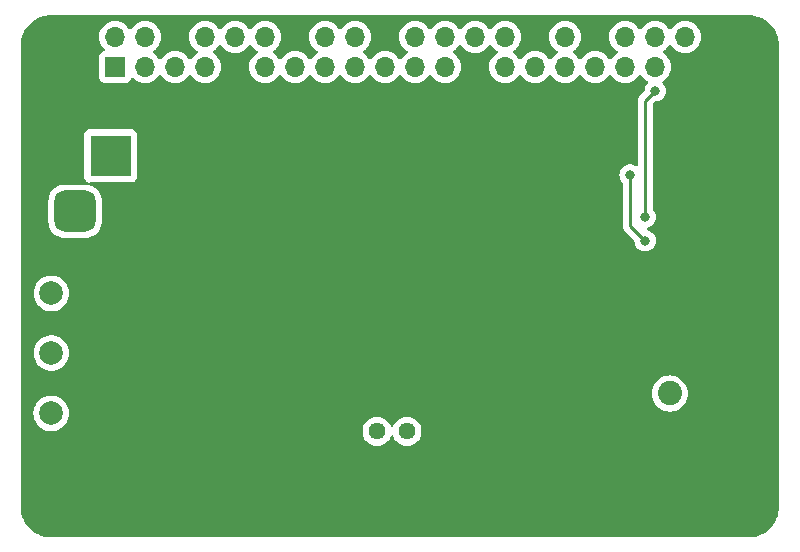
<source format=gbr>
G04 #@! TF.GenerationSoftware,KiCad,Pcbnew,7.0.9*
G04 #@! TF.CreationDate,2024-02-12T17:54:23+00:00*
G04 #@! TF.ProjectId,Radio HAT,52616469-6f20-4484-9154-2e6b69636164,v2*
G04 #@! TF.SameCoordinates,Original*
G04 #@! TF.FileFunction,Copper,L2,Bot*
G04 #@! TF.FilePolarity,Positive*
%FSLAX46Y46*%
G04 Gerber Fmt 4.6, Leading zero omitted, Abs format (unit mm)*
G04 Created by KiCad (PCBNEW 7.0.9) date 2024-02-12 17:54:23*
%MOMM*%
%LPD*%
G01*
G04 APERTURE LIST*
G04 Aperture macros list*
%AMRoundRect*
0 Rectangle with rounded corners*
0 $1 Rounding radius*
0 $2 $3 $4 $5 $6 $7 $8 $9 X,Y pos of 4 corners*
0 Add a 4 corners polygon primitive as box body*
4,1,4,$2,$3,$4,$5,$6,$7,$8,$9,$2,$3,0*
0 Add four circle primitives for the rounded corners*
1,1,$1+$1,$2,$3*
1,1,$1+$1,$4,$5*
1,1,$1+$1,$6,$7*
1,1,$1+$1,$8,$9*
0 Add four rect primitives between the rounded corners*
20,1,$1+$1,$2,$3,$4,$5,0*
20,1,$1+$1,$4,$5,$6,$7,0*
20,1,$1+$1,$6,$7,$8,$9,0*
20,1,$1+$1,$8,$9,$2,$3,0*%
G04 Aperture macros list end*
G04 #@! TA.AperFunction,ComponentPad*
%ADD10C,2.000000*%
G04 #@! TD*
G04 #@! TA.AperFunction,ComponentPad*
%ADD11C,1.440000*%
G04 #@! TD*
G04 #@! TA.AperFunction,ComponentPad*
%ADD12C,2.050000*%
G04 #@! TD*
G04 #@! TA.AperFunction,ComponentPad*
%ADD13C,2.250000*%
G04 #@! TD*
G04 #@! TA.AperFunction,ComponentPad*
%ADD14C,0.800000*%
G04 #@! TD*
G04 #@! TA.AperFunction,ComponentPad*
%ADD15C,5.400000*%
G04 #@! TD*
G04 #@! TA.AperFunction,ComponentPad*
%ADD16R,1.700000X1.700000*%
G04 #@! TD*
G04 #@! TA.AperFunction,ComponentPad*
%ADD17O,1.700000X1.700000*%
G04 #@! TD*
G04 #@! TA.AperFunction,ComponentPad*
%ADD18R,3.500000X3.500000*%
G04 #@! TD*
G04 #@! TA.AperFunction,ComponentPad*
%ADD19RoundRect,0.750000X-0.750000X-1.000000X0.750000X-1.000000X0.750000X1.000000X-0.750000X1.000000X0*%
G04 #@! TD*
G04 #@! TA.AperFunction,ComponentPad*
%ADD20RoundRect,0.875000X-0.875000X-0.875000X0.875000X-0.875000X0.875000X0.875000X-0.875000X0.875000X0*%
G04 #@! TD*
G04 #@! TA.AperFunction,ViaPad*
%ADD21C,0.800000*%
G04 #@! TD*
G04 #@! TA.AperFunction,Conductor*
%ADD22C,0.250000*%
G04 #@! TD*
G04 APERTURE END LIST*
D10*
X105760524Y-134112000D03*
X105760524Y-139065000D03*
D11*
X130810000Y-135636000D03*
X133350000Y-135636000D03*
X135890000Y-135636000D03*
D12*
X158132044Y-132431000D03*
D13*
X155592044Y-129891000D03*
X155592044Y-134971000D03*
X160672044Y-129891000D03*
X160672044Y-134971000D03*
D14*
X162261044Y-103500000D03*
X162854153Y-102068109D03*
X162854153Y-104931891D03*
X164286044Y-101475000D03*
D15*
X164286044Y-103500000D03*
D14*
X164286044Y-105525000D03*
X165717935Y-102068109D03*
X165717935Y-104931891D03*
X166311044Y-103500000D03*
D16*
X111186044Y-104790000D03*
D17*
X111186044Y-102250000D03*
X113726044Y-104790000D03*
X113726044Y-102250000D03*
X116266044Y-104790000D03*
X116266044Y-102250000D03*
X118806044Y-104790000D03*
X118806044Y-102250000D03*
X121346044Y-104790000D03*
X121346044Y-102250000D03*
X123886044Y-104790000D03*
X123886044Y-102250000D03*
X126426044Y-104790000D03*
X126426044Y-102250000D03*
X128966044Y-104790000D03*
X128966044Y-102250000D03*
X131506044Y-104790000D03*
X131506044Y-102250000D03*
X134046044Y-104790000D03*
X134046044Y-102250000D03*
X136586044Y-104790000D03*
X136586044Y-102250000D03*
X139126044Y-104790000D03*
X139126044Y-102250000D03*
X141666044Y-104790000D03*
X141666044Y-102250000D03*
X144206044Y-104790000D03*
X144206044Y-102250000D03*
X146746044Y-104790000D03*
X146746044Y-102250000D03*
X149286044Y-104790000D03*
X149286044Y-102250000D03*
X151826044Y-104790000D03*
X151826044Y-102250000D03*
X154366044Y-104790000D03*
X154366044Y-102250000D03*
X156906044Y-104790000D03*
X156906044Y-102250000D03*
X159446044Y-104790000D03*
X159446044Y-102250000D03*
D18*
X110786044Y-112300000D03*
D19*
X104786044Y-112300000D03*
D20*
X107786044Y-117000000D03*
D10*
X105786044Y-123952000D03*
X105786044Y-129000000D03*
D14*
X104261044Y-103500000D03*
X104854153Y-102068109D03*
X104854153Y-104931891D03*
X106286044Y-101475000D03*
D15*
X106286044Y-103500000D03*
D14*
X106286044Y-105525000D03*
X107717935Y-102068109D03*
X107717935Y-104931891D03*
X108311044Y-103500000D03*
D21*
X115151985Y-113650962D03*
X115151985Y-117714962D03*
X137280000Y-139065000D03*
X151532044Y-132431000D03*
X107918000Y-144000000D03*
X166751000Y-111125000D03*
X166751000Y-113125000D03*
X125603000Y-120523000D03*
X134527000Y-124460000D03*
X144748000Y-108966000D03*
X140754044Y-111000000D03*
X154559000Y-124460000D03*
X166786044Y-107000000D03*
X144786044Y-111000000D03*
X133280000Y-139065000D03*
X146527000Y-124460000D03*
X125603000Y-112395000D03*
X132527000Y-124460000D03*
X158528000Y-141351000D03*
X154532044Y-131431000D03*
X148527000Y-124460000D03*
X151532044Y-130431000D03*
X166786044Y-109000000D03*
X148786044Y-111000000D03*
X126527000Y-124460000D03*
X142786044Y-111000000D03*
X125614615Y-114415638D03*
X109666044Y-120523000D03*
X142527000Y-124460000D03*
X125603000Y-116459000D03*
X109918000Y-144000000D03*
X151003000Y-114808000D03*
X124458956Y-129032000D03*
X104013000Y-142113000D03*
X164751000Y-111125000D03*
X146786044Y-111000000D03*
X164751000Y-113125000D03*
X103786044Y-109000000D03*
X131182956Y-139065000D03*
X160532044Y-132431000D03*
X161532044Y-131431000D03*
X144081000Y-118364000D03*
X138527000Y-124460000D03*
X138049000Y-118364000D03*
X122562000Y-129032000D03*
X128527000Y-124460000D03*
X164786044Y-107000000D03*
X154532044Y-133431000D03*
X163532044Y-134431000D03*
X130556000Y-129032000D03*
X151532044Y-134431000D03*
X154532044Y-132431000D03*
X142621000Y-141351000D03*
X148528000Y-141351000D03*
X152528000Y-141351000D03*
X148532044Y-136431000D03*
X150532044Y-128431000D03*
X125603000Y-110363000D03*
X130527000Y-124460000D03*
X115163600Y-111607600D03*
X146786044Y-109000000D03*
X163532044Y-128431000D03*
X126556000Y-129032000D03*
X143532044Y-134431000D03*
X151003000Y-112808000D03*
X144532044Y-128431000D03*
X154528000Y-141351000D03*
X129286000Y-139065000D03*
X142748000Y-108966000D03*
X164786044Y-109000000D03*
X163532044Y-126431000D03*
X128556000Y-129032000D03*
X163532044Y-132431000D03*
X152527000Y-124460000D03*
X153162000Y-108966000D03*
X136398000Y-114586000D03*
X146532044Y-128431000D03*
X115163600Y-115744316D03*
X144527000Y-124460000D03*
X136527000Y-124460000D03*
X142081000Y-118364000D03*
X123698000Y-143129000D03*
X135280000Y-139065000D03*
X143532044Y-130431000D03*
X144532044Y-136431000D03*
X156528000Y-141351000D03*
X121412000Y-137414000D03*
X161532044Y-133431000D03*
X150528000Y-141351000D03*
X163532044Y-130431000D03*
X144431000Y-141351000D03*
X107569000Y-120523000D03*
X160528000Y-141351000D03*
X146431000Y-141351000D03*
X161532044Y-132431000D03*
X107891956Y-142113000D03*
X143532044Y-132431000D03*
X148532044Y-128431000D03*
X105672044Y-120523000D03*
X136398000Y-116586000D03*
X146532044Y-136431000D03*
X148786044Y-109000000D03*
X150532044Y-136431000D03*
X105918000Y-144000000D03*
X125614615Y-118552354D03*
X150527000Y-124460000D03*
X155532044Y-132431000D03*
X105891956Y-142113000D03*
X156052524Y-119500000D03*
X154782524Y-113919000D03*
X156906044Y-106807000D03*
X156077524Y-117500000D03*
D22*
X156052524Y-119500000D02*
X154782524Y-118230000D01*
X154782524Y-118230000D02*
X154782524Y-113919000D01*
X156052524Y-117475000D02*
X156052524Y-107660520D01*
X156052524Y-107660520D02*
X156906044Y-106807000D01*
G04 #@! TA.AperFunction,Conductor*
G36*
X164722190Y-100381502D02*
G01*
X164731211Y-100381501D01*
X164731216Y-100381503D01*
X164784334Y-100381500D01*
X164787783Y-100381596D01*
X165075777Y-100397756D01*
X165082669Y-100398531D01*
X165365320Y-100446543D01*
X165372090Y-100448088D01*
X165647584Y-100527446D01*
X165654130Y-100529736D01*
X165919011Y-100639445D01*
X165925258Y-100642453D01*
X166151104Y-100767267D01*
X166176178Y-100781124D01*
X166182070Y-100784826D01*
X166415875Y-100950714D01*
X166421311Y-100955048D01*
X166556619Y-101075964D01*
X166635069Y-101146070D01*
X166639990Y-101150990D01*
X166831020Y-101364750D01*
X166835359Y-101370190D01*
X167001253Y-101603997D01*
X167004955Y-101609889D01*
X167143619Y-101860787D01*
X167146638Y-101867056D01*
X167256344Y-102131918D01*
X167258642Y-102138486D01*
X167337997Y-102413951D01*
X167339546Y-102420735D01*
X167387560Y-102703373D01*
X167388339Y-102710287D01*
X167404450Y-102997320D01*
X167404547Y-103000796D01*
X167404546Y-103064818D01*
X167404548Y-103064843D01*
X167404548Y-141940619D01*
X167404546Y-141940648D01*
X167404547Y-141998277D01*
X167404450Y-142001753D01*
X167388287Y-142289706D01*
X167387508Y-142296620D01*
X167339495Y-142579253D01*
X167337946Y-142586037D01*
X167258593Y-142861496D01*
X167256295Y-142868064D01*
X167146594Y-143132917D01*
X167143575Y-143139186D01*
X167004908Y-143390088D01*
X167001206Y-143395980D01*
X166835315Y-143629782D01*
X166830977Y-143635222D01*
X166639963Y-143848964D01*
X166635042Y-143853884D01*
X166421277Y-144044911D01*
X166415837Y-144049250D01*
X166182042Y-144215129D01*
X166176150Y-144218831D01*
X165925241Y-144357497D01*
X165918975Y-144360514D01*
X165725880Y-144440489D01*
X165654128Y-144470208D01*
X165647560Y-144472506D01*
X165372089Y-144551857D01*
X165365305Y-144553405D01*
X165082678Y-144601414D01*
X165075763Y-144602192D01*
X164786880Y-144618402D01*
X164783404Y-144618499D01*
X164744607Y-144618497D01*
X164731216Y-144618497D01*
X164731215Y-144618497D01*
X164722190Y-144618497D01*
X164722150Y-144618500D01*
X105787816Y-144618500D01*
X105784336Y-144618402D01*
X105496368Y-144602216D01*
X105489454Y-144601437D01*
X105206848Y-144553408D01*
X105200065Y-144551860D01*
X104924597Y-144472488D01*
X104918030Y-144470190D01*
X104653185Y-144360478D01*
X104646916Y-144357459D01*
X104396023Y-144218787D01*
X104390132Y-144215085D01*
X104156345Y-144049198D01*
X104150905Y-144044860D01*
X103937148Y-143853832D01*
X103932234Y-143848918D01*
X103764966Y-143661742D01*
X103741212Y-143635161D01*
X103736881Y-143629730D01*
X103570982Y-143395919D01*
X103567289Y-143390040D01*
X103560032Y-143376909D01*
X103428614Y-143139130D01*
X103425604Y-143132879D01*
X103315890Y-142868019D01*
X103313595Y-142861459D01*
X103234232Y-142586001D01*
X103232683Y-142579217D01*
X103184657Y-142296593D01*
X103183877Y-142289679D01*
X103167646Y-142000799D01*
X103167548Y-141997320D01*
X103167548Y-135636001D01*
X132124838Y-135636001D01*
X132143450Y-135848741D01*
X132143452Y-135848752D01*
X132198721Y-136055022D01*
X132198723Y-136055026D01*
X132198724Y-136055030D01*
X132241171Y-136146058D01*
X132288977Y-136248578D01*
X132411472Y-136423521D01*
X132562478Y-136574527D01*
X132562481Y-136574529D01*
X132737419Y-136697021D01*
X132737421Y-136697022D01*
X132737420Y-136697022D01*
X132801936Y-136727106D01*
X132930970Y-136787276D01*
X133137253Y-136842549D01*
X133289215Y-136855844D01*
X133349998Y-136861162D01*
X133350000Y-136861162D01*
X133350002Y-136861162D01*
X133403186Y-136856508D01*
X133562747Y-136842549D01*
X133769030Y-136787276D01*
X133962581Y-136697021D01*
X134137519Y-136574529D01*
X134288529Y-136423519D01*
X134411021Y-136248581D01*
X134501276Y-136055030D01*
X134501280Y-136055013D01*
X134503130Y-136049936D01*
X134505253Y-136050709D01*
X134536576Y-135999305D01*
X134599419Y-135968766D01*
X134668796Y-135977050D01*
X134722680Y-136021528D01*
X134735827Y-136050315D01*
X134736870Y-136049936D01*
X134738722Y-136055022D01*
X134738724Y-136055030D01*
X134781171Y-136146058D01*
X134828977Y-136248578D01*
X134951472Y-136423521D01*
X135102478Y-136574527D01*
X135102481Y-136574529D01*
X135277419Y-136697021D01*
X135277421Y-136697022D01*
X135277420Y-136697022D01*
X135341936Y-136727106D01*
X135470970Y-136787276D01*
X135677253Y-136842549D01*
X135829215Y-136855844D01*
X135889998Y-136861162D01*
X135890000Y-136861162D01*
X135890002Y-136861162D01*
X135943186Y-136856508D01*
X136102747Y-136842549D01*
X136309030Y-136787276D01*
X136502581Y-136697021D01*
X136677519Y-136574529D01*
X136828529Y-136423519D01*
X136951021Y-136248581D01*
X137041276Y-136055030D01*
X137096549Y-135848747D01*
X137115162Y-135636000D01*
X137096549Y-135423253D01*
X137041276Y-135216970D01*
X136951021Y-135023419D01*
X136828529Y-134848481D01*
X136828527Y-134848478D01*
X136677521Y-134697472D01*
X136502578Y-134574977D01*
X136502579Y-134574977D01*
X136373547Y-134514809D01*
X136309030Y-134484724D01*
X136309026Y-134484723D01*
X136309022Y-134484721D01*
X136102752Y-134429452D01*
X136102748Y-134429451D01*
X136102747Y-134429451D01*
X136102746Y-134429450D01*
X136102741Y-134429450D01*
X135890002Y-134410838D01*
X135889998Y-134410838D01*
X135677258Y-134429450D01*
X135677247Y-134429452D01*
X135470977Y-134484721D01*
X135470968Y-134484725D01*
X135277421Y-134574977D01*
X135102478Y-134697472D01*
X134951472Y-134848478D01*
X134828977Y-135023421D01*
X134738725Y-135216968D01*
X134736870Y-135222064D01*
X134734749Y-135221292D01*
X134703406Y-135272710D01*
X134640558Y-135303237D01*
X134571183Y-135294939D01*
X134517307Y-135250452D01*
X134504169Y-135221685D01*
X134503130Y-135222064D01*
X134501279Y-135216983D01*
X134501276Y-135216970D01*
X134411021Y-135023419D01*
X134288529Y-134848481D01*
X134288527Y-134848478D01*
X134137521Y-134697472D01*
X133962578Y-134574977D01*
X133962579Y-134574977D01*
X133833547Y-134514809D01*
X133769030Y-134484724D01*
X133769026Y-134484723D01*
X133769022Y-134484721D01*
X133562752Y-134429452D01*
X133562748Y-134429451D01*
X133562747Y-134429451D01*
X133562746Y-134429450D01*
X133562741Y-134429450D01*
X133350002Y-134410838D01*
X133349998Y-134410838D01*
X133137258Y-134429450D01*
X133137247Y-134429452D01*
X132930977Y-134484721D01*
X132930968Y-134484725D01*
X132737421Y-134574977D01*
X132562478Y-134697472D01*
X132411472Y-134848478D01*
X132288977Y-135023421D01*
X132198725Y-135216968D01*
X132198721Y-135216977D01*
X132143452Y-135423247D01*
X132143450Y-135423258D01*
X132124838Y-135635998D01*
X132124838Y-135636001D01*
X103167548Y-135636001D01*
X103167548Y-134112005D01*
X104254881Y-134112005D01*
X104275414Y-134359812D01*
X104275416Y-134359824D01*
X104336460Y-134600881D01*
X104436350Y-134828606D01*
X104572357Y-135036782D01*
X104572360Y-135036785D01*
X104740780Y-135219738D01*
X104937015Y-135372474D01*
X105155714Y-135490828D01*
X105390910Y-135571571D01*
X105636189Y-135612500D01*
X105884859Y-135612500D01*
X106130138Y-135571571D01*
X106365334Y-135490828D01*
X106584033Y-135372474D01*
X106780268Y-135219738D01*
X106948688Y-135036785D01*
X107084697Y-134828607D01*
X107184587Y-134600881D01*
X107245632Y-134359821D01*
X107266167Y-134112000D01*
X107245632Y-133864179D01*
X107184587Y-133623119D01*
X107084697Y-133395393D01*
X107042259Y-133330436D01*
X106948690Y-133187217D01*
X106892061Y-133125702D01*
X106780268Y-133004262D01*
X106584033Y-132851526D01*
X106584031Y-132851525D01*
X106584030Y-132851524D01*
X106365335Y-132733172D01*
X106365326Y-132733169D01*
X106130140Y-132652429D01*
X105884859Y-132611500D01*
X105636189Y-132611500D01*
X105390907Y-132652429D01*
X105155721Y-132733169D01*
X105155712Y-132733172D01*
X104937017Y-132851524D01*
X104740781Y-133004261D01*
X104572357Y-133187217D01*
X104436350Y-133395393D01*
X104336460Y-133623118D01*
X104275416Y-133864175D01*
X104275414Y-133864187D01*
X104254881Y-134111994D01*
X104254881Y-134112005D01*
X103167548Y-134112005D01*
X103167548Y-132431000D01*
X156601827Y-132431000D01*
X156620667Y-132670382D01*
X156676718Y-132903853D01*
X156676722Y-132903865D01*
X156768609Y-133125702D01*
X156894070Y-133330436D01*
X156894072Y-133330439D01*
X157050017Y-133513027D01*
X157232605Y-133668972D01*
X157232607Y-133668973D01*
X157437341Y-133794434D01*
X157534091Y-133834508D01*
X157659181Y-133886323D01*
X157892665Y-133942377D01*
X158132044Y-133961217D01*
X158371423Y-133942377D01*
X158604907Y-133886323D01*
X158826748Y-133794433D01*
X159031483Y-133668972D01*
X159214071Y-133513027D01*
X159370016Y-133330439D01*
X159495477Y-133125704D01*
X159587367Y-132903863D01*
X159643421Y-132670379D01*
X159662261Y-132431000D01*
X159643421Y-132191621D01*
X159587367Y-131958137D01*
X159535552Y-131833047D01*
X159495478Y-131736297D01*
X159370017Y-131531563D01*
X159370016Y-131531561D01*
X159214071Y-131348973D01*
X159031483Y-131193028D01*
X159031480Y-131193026D01*
X158826746Y-131067565D01*
X158604909Y-130975678D01*
X158604911Y-130975678D01*
X158604907Y-130975677D01*
X158604903Y-130975676D01*
X158604897Y-130975674D01*
X158371426Y-130919623D01*
X158132044Y-130900783D01*
X157892661Y-130919623D01*
X157659190Y-130975674D01*
X157659178Y-130975678D01*
X157437341Y-131067565D01*
X157232607Y-131193026D01*
X157050017Y-131348973D01*
X156894070Y-131531563D01*
X156768609Y-131736297D01*
X156676722Y-131958134D01*
X156676718Y-131958146D01*
X156620667Y-132191617D01*
X156601827Y-132431000D01*
X103167548Y-132431000D01*
X103167548Y-129000005D01*
X104280401Y-129000005D01*
X104300934Y-129247812D01*
X104300936Y-129247824D01*
X104361980Y-129488881D01*
X104461870Y-129716606D01*
X104597877Y-129924782D01*
X104597880Y-129924785D01*
X104766300Y-130107738D01*
X104962535Y-130260474D01*
X105181234Y-130378828D01*
X105416430Y-130459571D01*
X105661709Y-130500500D01*
X105910379Y-130500500D01*
X106155658Y-130459571D01*
X106390854Y-130378828D01*
X106609553Y-130260474D01*
X106805788Y-130107738D01*
X106974208Y-129924785D01*
X107110217Y-129716607D01*
X107210107Y-129488881D01*
X107271152Y-129247821D01*
X107291687Y-129000000D01*
X107271152Y-128752179D01*
X107210107Y-128511119D01*
X107110217Y-128283393D01*
X106974210Y-128075217D01*
X106952601Y-128051744D01*
X106805788Y-127892262D01*
X106609553Y-127739526D01*
X106609551Y-127739525D01*
X106609550Y-127739524D01*
X106390855Y-127621172D01*
X106390846Y-127621169D01*
X106155660Y-127540429D01*
X105910379Y-127499500D01*
X105661709Y-127499500D01*
X105416427Y-127540429D01*
X105181241Y-127621169D01*
X105181232Y-127621172D01*
X104962537Y-127739524D01*
X104766301Y-127892261D01*
X104597877Y-128075217D01*
X104461870Y-128283393D01*
X104361980Y-128511118D01*
X104300936Y-128752175D01*
X104300934Y-128752187D01*
X104280401Y-128999994D01*
X104280401Y-129000005D01*
X103167548Y-129000005D01*
X103167548Y-123952005D01*
X104280401Y-123952005D01*
X104300934Y-124199812D01*
X104300936Y-124199824D01*
X104361980Y-124440881D01*
X104461870Y-124668606D01*
X104597877Y-124876782D01*
X104597880Y-124876785D01*
X104766300Y-125059738D01*
X104962535Y-125212474D01*
X105181234Y-125330828D01*
X105416430Y-125411571D01*
X105661709Y-125452500D01*
X105910379Y-125452500D01*
X106155658Y-125411571D01*
X106390854Y-125330828D01*
X106609553Y-125212474D01*
X106805788Y-125059738D01*
X106974208Y-124876785D01*
X107110217Y-124668607D01*
X107210107Y-124440881D01*
X107271152Y-124199821D01*
X107291687Y-123952000D01*
X107271152Y-123704179D01*
X107210107Y-123463119D01*
X107110217Y-123235393D01*
X106974210Y-123027217D01*
X106952601Y-123003744D01*
X106805788Y-122844262D01*
X106609553Y-122691526D01*
X106609551Y-122691525D01*
X106609550Y-122691524D01*
X106390855Y-122573172D01*
X106390846Y-122573169D01*
X106155660Y-122492429D01*
X105910379Y-122451500D01*
X105661709Y-122451500D01*
X105416427Y-122492429D01*
X105181241Y-122573169D01*
X105181232Y-122573172D01*
X104962537Y-122691524D01*
X104766301Y-122844261D01*
X104597877Y-123027217D01*
X104461870Y-123235393D01*
X104361980Y-123463118D01*
X104300936Y-123704175D01*
X104300934Y-123704187D01*
X104280401Y-123951994D01*
X104280401Y-123952005D01*
X103167548Y-123952005D01*
X103167548Y-117968626D01*
X105535544Y-117968626D01*
X105538339Y-118021243D01*
X105538339Y-118021244D01*
X105580611Y-118239814D01*
X105582799Y-118251126D01*
X105612047Y-118328627D01*
X105665469Y-118470189D01*
X105783973Y-118672131D01*
X105783978Y-118672138D01*
X105934900Y-118851141D01*
X105934902Y-118851143D01*
X106113905Y-119002065D01*
X106113912Y-119002070D01*
X106315854Y-119120574D01*
X106534918Y-119203245D01*
X106764803Y-119247705D01*
X106806238Y-119249905D01*
X106817418Y-119250500D01*
X106817422Y-119250500D01*
X108754670Y-119250500D01*
X108764775Y-119249962D01*
X108807285Y-119247705D01*
X109037170Y-119203245D01*
X109256234Y-119120574D01*
X109458176Y-119002070D01*
X109637186Y-118851142D01*
X109770392Y-118693152D01*
X109788109Y-118672138D01*
X109788109Y-118672137D01*
X109788114Y-118672132D01*
X109906618Y-118470190D01*
X109989289Y-118251126D01*
X110033749Y-118021241D01*
X110036544Y-117968622D01*
X110036544Y-116031378D01*
X110033749Y-115978759D01*
X109989289Y-115748874D01*
X109906618Y-115529810D01*
X109788114Y-115327868D01*
X109788109Y-115327861D01*
X109637187Y-115148858D01*
X109637185Y-115148856D01*
X109458182Y-114997934D01*
X109458175Y-114997929D01*
X109256233Y-114879425D01*
X109158557Y-114842564D01*
X109037170Y-114796755D01*
X109037165Y-114796754D01*
X109037160Y-114796752D01*
X109034514Y-114796240D01*
X109033495Y-114795713D01*
X109032094Y-114795317D01*
X109032174Y-114795031D01*
X108972436Y-114764177D01*
X108937547Y-114703641D01*
X108940925Y-114633853D01*
X108981496Y-114576970D01*
X109046381Y-114551052D01*
X109058053Y-114550499D01*
X112583916Y-114550499D01*
X112643527Y-114544091D01*
X112778375Y-114493796D01*
X112893590Y-114407546D01*
X112979840Y-114292331D01*
X113030135Y-114157483D01*
X113036544Y-114097873D01*
X113036543Y-110502128D01*
X113030135Y-110442517D01*
X112979840Y-110307669D01*
X112979839Y-110307668D01*
X112979837Y-110307664D01*
X112893591Y-110192455D01*
X112893588Y-110192452D01*
X112778379Y-110106206D01*
X112778372Y-110106202D01*
X112643526Y-110055908D01*
X112643527Y-110055908D01*
X112583927Y-110049501D01*
X112583925Y-110049500D01*
X112583917Y-110049500D01*
X112583908Y-110049500D01*
X108988173Y-110049500D01*
X108988167Y-110049501D01*
X108928560Y-110055908D01*
X108793715Y-110106202D01*
X108793708Y-110106206D01*
X108678499Y-110192452D01*
X108678496Y-110192455D01*
X108592250Y-110307664D01*
X108592246Y-110307671D01*
X108541952Y-110442517D01*
X108535545Y-110502116D01*
X108535545Y-110502123D01*
X108535544Y-110502135D01*
X108535544Y-114097870D01*
X108535545Y-114097876D01*
X108541952Y-114157483D01*
X108592246Y-114292328D01*
X108592250Y-114292335D01*
X108678496Y-114407544D01*
X108678499Y-114407547D01*
X108793708Y-114493793D01*
X108793717Y-114493798D01*
X108840981Y-114511426D01*
X108896915Y-114553296D01*
X108921333Y-114618760D01*
X108906482Y-114687033D01*
X108857077Y-114736439D01*
X108791072Y-114751433D01*
X108754671Y-114749500D01*
X108754666Y-114749500D01*
X106817422Y-114749500D01*
X106817418Y-114749500D01*
X106764800Y-114752295D01*
X106764799Y-114752295D01*
X106534922Y-114796754D01*
X106534920Y-114796754D01*
X106534918Y-114796755D01*
X106460977Y-114824659D01*
X106315854Y-114879425D01*
X106113912Y-114997929D01*
X106113905Y-114997934D01*
X105934902Y-115148856D01*
X105934900Y-115148858D01*
X105783978Y-115327861D01*
X105783973Y-115327868D01*
X105665469Y-115529810D01*
X105610703Y-115674933D01*
X105582799Y-115748874D01*
X105582798Y-115748876D01*
X105582798Y-115748878D01*
X105538339Y-115978755D01*
X105538339Y-115978756D01*
X105535544Y-116031374D01*
X105535544Y-117968626D01*
X103167548Y-117968626D01*
X103167548Y-103001759D01*
X103167646Y-102998280D01*
X103177507Y-102822772D01*
X103183828Y-102710287D01*
X103184604Y-102703406D01*
X103232636Y-102420754D01*
X103234177Y-102414003D01*
X103281428Y-102250000D01*
X109830385Y-102250000D01*
X109850980Y-102485403D01*
X109850982Y-102485413D01*
X109912138Y-102713655D01*
X109912140Y-102713659D01*
X109912141Y-102713663D01*
X109916044Y-102722032D01*
X110012009Y-102927830D01*
X110012011Y-102927834D01*
X110100942Y-103054839D01*
X110147545Y-103121396D01*
X110147550Y-103121402D01*
X110269474Y-103243326D01*
X110302959Y-103304649D01*
X110297975Y-103374341D01*
X110256103Y-103430274D01*
X110225127Y-103447189D01*
X110093713Y-103496203D01*
X110093708Y-103496206D01*
X109978499Y-103582452D01*
X109978496Y-103582455D01*
X109892250Y-103697664D01*
X109892246Y-103697671D01*
X109841952Y-103832517D01*
X109835545Y-103892116D01*
X109835544Y-103892135D01*
X109835544Y-105687870D01*
X109835545Y-105687876D01*
X109841952Y-105747483D01*
X109892246Y-105882328D01*
X109892250Y-105882335D01*
X109978496Y-105997544D01*
X109978499Y-105997547D01*
X110093708Y-106083793D01*
X110093715Y-106083797D01*
X110228561Y-106134091D01*
X110228560Y-106134091D01*
X110235488Y-106134835D01*
X110288171Y-106140500D01*
X112083916Y-106140499D01*
X112143527Y-106134091D01*
X112278375Y-106083796D01*
X112393590Y-105997546D01*
X112479840Y-105882331D01*
X112528854Y-105750916D01*
X112570725Y-105694984D01*
X112636189Y-105670566D01*
X112704462Y-105685417D01*
X112732717Y-105706569D01*
X112854643Y-105828495D01*
X112951428Y-105896265D01*
X113048209Y-105964032D01*
X113048211Y-105964033D01*
X113048214Y-105964035D01*
X113262381Y-106063903D01*
X113490636Y-106125063D01*
X113667078Y-106140500D01*
X113726043Y-106145659D01*
X113726044Y-106145659D01*
X113726045Y-106145659D01*
X113785010Y-106140500D01*
X113961452Y-106125063D01*
X114189707Y-106063903D01*
X114403874Y-105964035D01*
X114597445Y-105828495D01*
X114764539Y-105661401D01*
X114894469Y-105475842D01*
X114949046Y-105432217D01*
X115018544Y-105425023D01*
X115080899Y-105456546D01*
X115097619Y-105475842D01*
X115227544Y-105661395D01*
X115227549Y-105661401D01*
X115394643Y-105828495D01*
X115491428Y-105896265D01*
X115588209Y-105964032D01*
X115588211Y-105964033D01*
X115588214Y-105964035D01*
X115802381Y-106063903D01*
X116030636Y-106125063D01*
X116207078Y-106140500D01*
X116266043Y-106145659D01*
X116266044Y-106145659D01*
X116266045Y-106145659D01*
X116325010Y-106140500D01*
X116501452Y-106125063D01*
X116729707Y-106063903D01*
X116943874Y-105964035D01*
X117137445Y-105828495D01*
X117304539Y-105661401D01*
X117434469Y-105475842D01*
X117489046Y-105432217D01*
X117558544Y-105425023D01*
X117620899Y-105456546D01*
X117637619Y-105475842D01*
X117767544Y-105661395D01*
X117767549Y-105661401D01*
X117934643Y-105828495D01*
X118031428Y-105896265D01*
X118128209Y-105964032D01*
X118128211Y-105964033D01*
X118128214Y-105964035D01*
X118342381Y-106063903D01*
X118570636Y-106125063D01*
X118747078Y-106140500D01*
X118806043Y-106145659D01*
X118806044Y-106145659D01*
X118806045Y-106145659D01*
X118865010Y-106140500D01*
X119041452Y-106125063D01*
X119269707Y-106063903D01*
X119483874Y-105964035D01*
X119677445Y-105828495D01*
X119844539Y-105661401D01*
X119980079Y-105467830D01*
X120079947Y-105253663D01*
X120141107Y-105025408D01*
X120161703Y-104790000D01*
X120141107Y-104554592D01*
X120079947Y-104326337D01*
X119980079Y-104112171D01*
X119974469Y-104104158D01*
X119844538Y-103918597D01*
X119677446Y-103751506D01*
X119677440Y-103751501D01*
X119491886Y-103621575D01*
X119448261Y-103566998D01*
X119441067Y-103497500D01*
X119472590Y-103435145D01*
X119491886Y-103418425D01*
X119604098Y-103339853D01*
X119677445Y-103288495D01*
X119844539Y-103121401D01*
X119974469Y-102935842D01*
X120029046Y-102892217D01*
X120098544Y-102885023D01*
X120160899Y-102916546D01*
X120177619Y-102935842D01*
X120307544Y-103121395D01*
X120307549Y-103121401D01*
X120474643Y-103288495D01*
X120547990Y-103339853D01*
X120668209Y-103424032D01*
X120668211Y-103424033D01*
X120668214Y-103424035D01*
X120882381Y-103523903D01*
X121110636Y-103585063D01*
X121298962Y-103601539D01*
X121346043Y-103605659D01*
X121346044Y-103605659D01*
X121346045Y-103605659D01*
X121385278Y-103602226D01*
X121581452Y-103585063D01*
X121809707Y-103523903D01*
X122023874Y-103424035D01*
X122217445Y-103288495D01*
X122384539Y-103121401D01*
X122514469Y-102935842D01*
X122569046Y-102892217D01*
X122638544Y-102885023D01*
X122700899Y-102916546D01*
X122717619Y-102935842D01*
X122847545Y-103121396D01*
X122847550Y-103121402D01*
X123014641Y-103288493D01*
X123014647Y-103288498D01*
X123200202Y-103418425D01*
X123243827Y-103473002D01*
X123251021Y-103542500D01*
X123219498Y-103604855D01*
X123200202Y-103621575D01*
X123014641Y-103751505D01*
X122847549Y-103918597D01*
X122712009Y-104112169D01*
X122712008Y-104112171D01*
X122612142Y-104326335D01*
X122612138Y-104326344D01*
X122550982Y-104554586D01*
X122550980Y-104554596D01*
X122530385Y-104789999D01*
X122530385Y-104790000D01*
X122550980Y-105025403D01*
X122550982Y-105025413D01*
X122612138Y-105253655D01*
X122612140Y-105253659D01*
X122612141Y-105253663D01*
X122616044Y-105262032D01*
X122712009Y-105467830D01*
X122712011Y-105467834D01*
X122820325Y-105622521D01*
X122847549Y-105661401D01*
X123014643Y-105828495D01*
X123111428Y-105896265D01*
X123208209Y-105964032D01*
X123208211Y-105964033D01*
X123208214Y-105964035D01*
X123422381Y-106063903D01*
X123650636Y-106125063D01*
X123827078Y-106140500D01*
X123886043Y-106145659D01*
X123886044Y-106145659D01*
X123886045Y-106145659D01*
X123945010Y-106140500D01*
X124121452Y-106125063D01*
X124349707Y-106063903D01*
X124563874Y-105964035D01*
X124757445Y-105828495D01*
X124924539Y-105661401D01*
X125054469Y-105475842D01*
X125109046Y-105432217D01*
X125178544Y-105425023D01*
X125240899Y-105456546D01*
X125257619Y-105475842D01*
X125387544Y-105661395D01*
X125387549Y-105661401D01*
X125554643Y-105828495D01*
X125651428Y-105896265D01*
X125748209Y-105964032D01*
X125748211Y-105964033D01*
X125748214Y-105964035D01*
X125962381Y-106063903D01*
X126190636Y-106125063D01*
X126367078Y-106140500D01*
X126426043Y-106145659D01*
X126426044Y-106145659D01*
X126426045Y-106145659D01*
X126485010Y-106140500D01*
X126661452Y-106125063D01*
X126889707Y-106063903D01*
X127103874Y-105964035D01*
X127297445Y-105828495D01*
X127464539Y-105661401D01*
X127594469Y-105475842D01*
X127649046Y-105432217D01*
X127718544Y-105425023D01*
X127780899Y-105456546D01*
X127797619Y-105475842D01*
X127927544Y-105661395D01*
X127927549Y-105661401D01*
X128094643Y-105828495D01*
X128191428Y-105896265D01*
X128288209Y-105964032D01*
X128288211Y-105964033D01*
X128288214Y-105964035D01*
X128502381Y-106063903D01*
X128730636Y-106125063D01*
X128907078Y-106140500D01*
X128966043Y-106145659D01*
X128966044Y-106145659D01*
X128966045Y-106145659D01*
X129025010Y-106140500D01*
X129201452Y-106125063D01*
X129429707Y-106063903D01*
X129643874Y-105964035D01*
X129837445Y-105828495D01*
X130004539Y-105661401D01*
X130134469Y-105475842D01*
X130189046Y-105432217D01*
X130258544Y-105425023D01*
X130320899Y-105456546D01*
X130337619Y-105475842D01*
X130467544Y-105661395D01*
X130467549Y-105661401D01*
X130634643Y-105828495D01*
X130731428Y-105896265D01*
X130828209Y-105964032D01*
X130828211Y-105964033D01*
X130828214Y-105964035D01*
X131042381Y-106063903D01*
X131270636Y-106125063D01*
X131447078Y-106140500D01*
X131506043Y-106145659D01*
X131506044Y-106145659D01*
X131506045Y-106145659D01*
X131565010Y-106140500D01*
X131741452Y-106125063D01*
X131969707Y-106063903D01*
X132183874Y-105964035D01*
X132377445Y-105828495D01*
X132544539Y-105661401D01*
X132674469Y-105475842D01*
X132729046Y-105432217D01*
X132798544Y-105425023D01*
X132860899Y-105456546D01*
X132877619Y-105475842D01*
X133007544Y-105661395D01*
X133007549Y-105661401D01*
X133174643Y-105828495D01*
X133271428Y-105896265D01*
X133368209Y-105964032D01*
X133368211Y-105964033D01*
X133368214Y-105964035D01*
X133582381Y-106063903D01*
X133810636Y-106125063D01*
X133987078Y-106140500D01*
X134046043Y-106145659D01*
X134046044Y-106145659D01*
X134046045Y-106145659D01*
X134105010Y-106140500D01*
X134281452Y-106125063D01*
X134509707Y-106063903D01*
X134723874Y-105964035D01*
X134917445Y-105828495D01*
X135084539Y-105661401D01*
X135214469Y-105475842D01*
X135269046Y-105432217D01*
X135338544Y-105425023D01*
X135400899Y-105456546D01*
X135417619Y-105475842D01*
X135547544Y-105661395D01*
X135547549Y-105661401D01*
X135714643Y-105828495D01*
X135811428Y-105896265D01*
X135908209Y-105964032D01*
X135908211Y-105964033D01*
X135908214Y-105964035D01*
X136122381Y-106063903D01*
X136350636Y-106125063D01*
X136527078Y-106140500D01*
X136586043Y-106145659D01*
X136586044Y-106145659D01*
X136586045Y-106145659D01*
X136645010Y-106140500D01*
X136821452Y-106125063D01*
X137049707Y-106063903D01*
X137263874Y-105964035D01*
X137457445Y-105828495D01*
X137624539Y-105661401D01*
X137754469Y-105475842D01*
X137809046Y-105432217D01*
X137878544Y-105425023D01*
X137940899Y-105456546D01*
X137957619Y-105475842D01*
X138087544Y-105661395D01*
X138087549Y-105661401D01*
X138254643Y-105828495D01*
X138351428Y-105896265D01*
X138448209Y-105964032D01*
X138448211Y-105964033D01*
X138448214Y-105964035D01*
X138662381Y-106063903D01*
X138890636Y-106125063D01*
X139067078Y-106140500D01*
X139126043Y-106145659D01*
X139126044Y-106145659D01*
X139126045Y-106145659D01*
X139185010Y-106140500D01*
X139361452Y-106125063D01*
X139589707Y-106063903D01*
X139803874Y-105964035D01*
X139997445Y-105828495D01*
X140164539Y-105661401D01*
X140300079Y-105467830D01*
X140399947Y-105253663D01*
X140461107Y-105025408D01*
X140481703Y-104790000D01*
X140461107Y-104554592D01*
X140399947Y-104326337D01*
X140300079Y-104112171D01*
X140294469Y-104104158D01*
X140164538Y-103918597D01*
X139997446Y-103751506D01*
X139997440Y-103751501D01*
X139811886Y-103621575D01*
X139768261Y-103566998D01*
X139761067Y-103497500D01*
X139792590Y-103435145D01*
X139811886Y-103418425D01*
X139924098Y-103339853D01*
X139997445Y-103288495D01*
X140164539Y-103121401D01*
X140294469Y-102935842D01*
X140349046Y-102892217D01*
X140418544Y-102885023D01*
X140480899Y-102916546D01*
X140497619Y-102935842D01*
X140627544Y-103121395D01*
X140627549Y-103121401D01*
X140794643Y-103288495D01*
X140867990Y-103339853D01*
X140988209Y-103424032D01*
X140988211Y-103424033D01*
X140988214Y-103424035D01*
X141202381Y-103523903D01*
X141430636Y-103585063D01*
X141618962Y-103601539D01*
X141666043Y-103605659D01*
X141666044Y-103605659D01*
X141666045Y-103605659D01*
X141705278Y-103602226D01*
X141901452Y-103585063D01*
X142129707Y-103523903D01*
X142343874Y-103424035D01*
X142537445Y-103288495D01*
X142704539Y-103121401D01*
X142834469Y-102935842D01*
X142889046Y-102892217D01*
X142958544Y-102885023D01*
X143020899Y-102916546D01*
X143037619Y-102935842D01*
X143167545Y-103121396D01*
X143167550Y-103121402D01*
X143334641Y-103288493D01*
X143334647Y-103288498D01*
X143520202Y-103418425D01*
X143563827Y-103473002D01*
X143571021Y-103542500D01*
X143539498Y-103604855D01*
X143520202Y-103621575D01*
X143334641Y-103751505D01*
X143167549Y-103918597D01*
X143032009Y-104112169D01*
X143032008Y-104112171D01*
X142932142Y-104326335D01*
X142932138Y-104326344D01*
X142870982Y-104554586D01*
X142870980Y-104554596D01*
X142850385Y-104789999D01*
X142850385Y-104790000D01*
X142870980Y-105025403D01*
X142870982Y-105025413D01*
X142932138Y-105253655D01*
X142932140Y-105253659D01*
X142932141Y-105253663D01*
X142936044Y-105262032D01*
X143032009Y-105467830D01*
X143032011Y-105467834D01*
X143140325Y-105622521D01*
X143167549Y-105661401D01*
X143334643Y-105828495D01*
X143431428Y-105896265D01*
X143528209Y-105964032D01*
X143528211Y-105964033D01*
X143528214Y-105964035D01*
X143742381Y-106063903D01*
X143970636Y-106125063D01*
X144147078Y-106140500D01*
X144206043Y-106145659D01*
X144206044Y-106145659D01*
X144206045Y-106145659D01*
X144265010Y-106140500D01*
X144441452Y-106125063D01*
X144669707Y-106063903D01*
X144883874Y-105964035D01*
X145077445Y-105828495D01*
X145244539Y-105661401D01*
X145374469Y-105475842D01*
X145429046Y-105432217D01*
X145498544Y-105425023D01*
X145560899Y-105456546D01*
X145577619Y-105475842D01*
X145707544Y-105661395D01*
X145707549Y-105661401D01*
X145874643Y-105828495D01*
X145971428Y-105896265D01*
X146068209Y-105964032D01*
X146068211Y-105964033D01*
X146068214Y-105964035D01*
X146282381Y-106063903D01*
X146510636Y-106125063D01*
X146687078Y-106140500D01*
X146746043Y-106145659D01*
X146746044Y-106145659D01*
X146746045Y-106145659D01*
X146805010Y-106140500D01*
X146981452Y-106125063D01*
X147209707Y-106063903D01*
X147423874Y-105964035D01*
X147617445Y-105828495D01*
X147784539Y-105661401D01*
X147914469Y-105475842D01*
X147969046Y-105432217D01*
X148038544Y-105425023D01*
X148100899Y-105456546D01*
X148117619Y-105475842D01*
X148247544Y-105661395D01*
X148247549Y-105661401D01*
X148414643Y-105828495D01*
X148511428Y-105896265D01*
X148608209Y-105964032D01*
X148608211Y-105964033D01*
X148608214Y-105964035D01*
X148822381Y-106063903D01*
X149050636Y-106125063D01*
X149227078Y-106140500D01*
X149286043Y-106145659D01*
X149286044Y-106145659D01*
X149286045Y-106145659D01*
X149345010Y-106140500D01*
X149521452Y-106125063D01*
X149749707Y-106063903D01*
X149963874Y-105964035D01*
X150157445Y-105828495D01*
X150324539Y-105661401D01*
X150454469Y-105475842D01*
X150509046Y-105432217D01*
X150578544Y-105425023D01*
X150640899Y-105456546D01*
X150657619Y-105475842D01*
X150787544Y-105661395D01*
X150787549Y-105661401D01*
X150954643Y-105828495D01*
X151051428Y-105896265D01*
X151148209Y-105964032D01*
X151148211Y-105964033D01*
X151148214Y-105964035D01*
X151362381Y-106063903D01*
X151590636Y-106125063D01*
X151767078Y-106140500D01*
X151826043Y-106145659D01*
X151826044Y-106145659D01*
X151826045Y-106145659D01*
X151885010Y-106140500D01*
X152061452Y-106125063D01*
X152289707Y-106063903D01*
X152503874Y-105964035D01*
X152697445Y-105828495D01*
X152864539Y-105661401D01*
X152994469Y-105475842D01*
X153049046Y-105432217D01*
X153118544Y-105425023D01*
X153180899Y-105456546D01*
X153197619Y-105475842D01*
X153327544Y-105661395D01*
X153327549Y-105661401D01*
X153494643Y-105828495D01*
X153591428Y-105896265D01*
X153688209Y-105964032D01*
X153688211Y-105964033D01*
X153688214Y-105964035D01*
X153902381Y-106063903D01*
X154130636Y-106125063D01*
X154307078Y-106140500D01*
X154366043Y-106145659D01*
X154366044Y-106145659D01*
X154366045Y-106145659D01*
X154425010Y-106140500D01*
X154601452Y-106125063D01*
X154829707Y-106063903D01*
X155043874Y-105964035D01*
X155237445Y-105828495D01*
X155404539Y-105661401D01*
X155534469Y-105475842D01*
X155589046Y-105432217D01*
X155658544Y-105425023D01*
X155720899Y-105456546D01*
X155737619Y-105475842D01*
X155867544Y-105661395D01*
X155867549Y-105661401D01*
X156034643Y-105828495D01*
X156228214Y-105964035D01*
X156234872Y-105967139D01*
X156287309Y-106013308D01*
X156306463Y-106080501D01*
X156286249Y-106147383D01*
X156274617Y-106162493D01*
X156173510Y-106274784D01*
X156078865Y-106438715D01*
X156078862Y-106438722D01*
X156020371Y-106618740D01*
X156020370Y-106618744D01*
X156002723Y-106786649D01*
X155976138Y-106851263D01*
X155967083Y-106861368D01*
X155668732Y-107159719D01*
X155656475Y-107169540D01*
X155656658Y-107169761D01*
X155650647Y-107174733D01*
X155603296Y-107225156D01*
X155582413Y-107246039D01*
X155582401Y-107246052D01*
X155578145Y-107251537D01*
X155574361Y-107255967D01*
X155542461Y-107289938D01*
X155542460Y-107289940D01*
X155532808Y-107307496D01*
X155522134Y-107323746D01*
X155509853Y-107339581D01*
X155509848Y-107339588D01*
X155491339Y-107382358D01*
X155488769Y-107387604D01*
X155466327Y-107428426D01*
X155461346Y-107447827D01*
X155455045Y-107466230D01*
X155447086Y-107484622D01*
X155447085Y-107484625D01*
X155439795Y-107530647D01*
X155438611Y-107536366D01*
X155427025Y-107581492D01*
X155427024Y-107581502D01*
X155427024Y-107601536D01*
X155425497Y-107620935D01*
X155422364Y-107640714D01*
X155422364Y-107640715D01*
X155426749Y-107687103D01*
X155427024Y-107692941D01*
X155427024Y-113030814D01*
X155407339Y-113097853D01*
X155354535Y-113143608D01*
X155285377Y-113153552D01*
X155242096Y-113136005D01*
X155240887Y-113138101D01*
X155235253Y-113134848D01*
X155062331Y-113057857D01*
X155062326Y-113057855D01*
X154916525Y-113026865D01*
X154877170Y-113018500D01*
X154687878Y-113018500D01*
X154655421Y-113025398D01*
X154502721Y-113057855D01*
X154502716Y-113057857D01*
X154329794Y-113134848D01*
X154329789Y-113134851D01*
X154176653Y-113246111D01*
X154049990Y-113386785D01*
X153955345Y-113550715D01*
X153955342Y-113550722D01*
X153896851Y-113730740D01*
X153896850Y-113730744D01*
X153877064Y-113919000D01*
X153896850Y-114107256D01*
X153896851Y-114107259D01*
X153955342Y-114287277D01*
X153955345Y-114287284D01*
X154049991Y-114451216D01*
X154088332Y-114493798D01*
X154125174Y-114534715D01*
X154155404Y-114597706D01*
X154157024Y-114617687D01*
X154157024Y-118147255D01*
X154155299Y-118162872D01*
X154155585Y-118162899D01*
X154154850Y-118170665D01*
X154157024Y-118239814D01*
X154157024Y-118269343D01*
X154157025Y-118269360D01*
X154157892Y-118276231D01*
X154158350Y-118282050D01*
X154159814Y-118328624D01*
X154159815Y-118328627D01*
X154165404Y-118347867D01*
X154169348Y-118366911D01*
X154171860Y-118386792D01*
X154178571Y-118403743D01*
X154189014Y-118430119D01*
X154190906Y-118435647D01*
X154203905Y-118480388D01*
X154214104Y-118497634D01*
X154222662Y-118515103D01*
X154230038Y-118533732D01*
X154257422Y-118571423D01*
X154260630Y-118576307D01*
X154284351Y-118616416D01*
X154284357Y-118616424D01*
X154298514Y-118630580D01*
X154311152Y-118645376D01*
X154322929Y-118661586D01*
X154322930Y-118661587D01*
X154358833Y-118691288D01*
X154363144Y-118695210D01*
X154979673Y-119311740D01*
X155113562Y-119445629D01*
X155147047Y-119506952D01*
X155149202Y-119520348D01*
X155157492Y-119599227D01*
X155166850Y-119688256D01*
X155166851Y-119688259D01*
X155225342Y-119868277D01*
X155225345Y-119868284D01*
X155319991Y-120032216D01*
X155446653Y-120172888D01*
X155599789Y-120284148D01*
X155599794Y-120284151D01*
X155772716Y-120361142D01*
X155772721Y-120361144D01*
X155957878Y-120400500D01*
X155957879Y-120400500D01*
X156147168Y-120400500D01*
X156147170Y-120400500D01*
X156332327Y-120361144D01*
X156505254Y-120284151D01*
X156658395Y-120172888D01*
X156785057Y-120032216D01*
X156879703Y-119868284D01*
X156938198Y-119688256D01*
X156957984Y-119500000D01*
X156938198Y-119311744D01*
X156879703Y-119131716D01*
X156785057Y-118967784D01*
X156658395Y-118827112D01*
X156658394Y-118827111D01*
X156505258Y-118715851D01*
X156505253Y-118715848D01*
X156332331Y-118638857D01*
X156332327Y-118638856D01*
X156262183Y-118623946D01*
X156200702Y-118590753D01*
X156166925Y-118529590D01*
X156171579Y-118459875D01*
X156213183Y-118403743D01*
X156262179Y-118381368D01*
X156357327Y-118361144D01*
X156530254Y-118284151D01*
X156683395Y-118172888D01*
X156810057Y-118032216D01*
X156904703Y-117868284D01*
X156963198Y-117688256D01*
X156982984Y-117500000D01*
X156963198Y-117311744D01*
X156904703Y-117131716D01*
X156810057Y-116967784D01*
X156728024Y-116876677D01*
X156709874Y-116856519D01*
X156679644Y-116793527D01*
X156678024Y-116773547D01*
X156678024Y-107970972D01*
X156697709Y-107903933D01*
X156714343Y-107883291D01*
X156853815Y-107743819D01*
X156915138Y-107710334D01*
X156941496Y-107707500D01*
X157000688Y-107707500D01*
X157000690Y-107707500D01*
X157185847Y-107668144D01*
X157358774Y-107591151D01*
X157511915Y-107479888D01*
X157638577Y-107339216D01*
X157733223Y-107175284D01*
X157791718Y-106995256D01*
X157811504Y-106807000D01*
X157791718Y-106618744D01*
X157733223Y-106438716D01*
X157638577Y-106274784D01*
X157576228Y-106205538D01*
X157537470Y-106162493D01*
X157507240Y-106099501D01*
X157515865Y-106030166D01*
X157560607Y-105976501D01*
X157577213Y-105967141D01*
X157583874Y-105964035D01*
X157777445Y-105828495D01*
X157944539Y-105661401D01*
X158080079Y-105467830D01*
X158179947Y-105253663D01*
X158241107Y-105025408D01*
X158261703Y-104790000D01*
X158241107Y-104554592D01*
X158179947Y-104326337D01*
X158080079Y-104112171D01*
X158074469Y-104104158D01*
X157944538Y-103918597D01*
X157777446Y-103751506D01*
X157777440Y-103751501D01*
X157591886Y-103621575D01*
X157548261Y-103566998D01*
X157541067Y-103497500D01*
X157572590Y-103435145D01*
X157591886Y-103418425D01*
X157704098Y-103339853D01*
X157777445Y-103288495D01*
X157944539Y-103121401D01*
X158074469Y-102935842D01*
X158129046Y-102892217D01*
X158198544Y-102885023D01*
X158260899Y-102916546D01*
X158277619Y-102935842D01*
X158407544Y-103121395D01*
X158407549Y-103121401D01*
X158574643Y-103288495D01*
X158647990Y-103339853D01*
X158768209Y-103424032D01*
X158768211Y-103424033D01*
X158768214Y-103424035D01*
X158982381Y-103523903D01*
X159210636Y-103585063D01*
X159398962Y-103601539D01*
X159446043Y-103605659D01*
X159446044Y-103605659D01*
X159446045Y-103605659D01*
X159485278Y-103602226D01*
X159681452Y-103585063D01*
X159909707Y-103523903D01*
X160123874Y-103424035D01*
X160317445Y-103288495D01*
X160484539Y-103121401D01*
X160620079Y-102927830D01*
X160719947Y-102713663D01*
X160781107Y-102485408D01*
X160801703Y-102250000D01*
X160781107Y-102014592D01*
X160734670Y-101841285D01*
X160719949Y-101786344D01*
X160719948Y-101786343D01*
X160719947Y-101786337D01*
X160620079Y-101572171D01*
X160614469Y-101564158D01*
X160484538Y-101378597D01*
X160317446Y-101211506D01*
X160317439Y-101211501D01*
X160123878Y-101075967D01*
X160123874Y-101075965D01*
X160123872Y-101075964D01*
X159909707Y-100976097D01*
X159909703Y-100976096D01*
X159909699Y-100976094D01*
X159681457Y-100914938D01*
X159681447Y-100914936D01*
X159446045Y-100894341D01*
X159446043Y-100894341D01*
X159210640Y-100914936D01*
X159210630Y-100914938D01*
X158982388Y-100976094D01*
X158982379Y-100976098D01*
X158768215Y-101075964D01*
X158768213Y-101075965D01*
X158574641Y-101211505D01*
X158407549Y-101378597D01*
X158277619Y-101564158D01*
X158223042Y-101607783D01*
X158153544Y-101614977D01*
X158091189Y-101583454D01*
X158074469Y-101564158D01*
X157944538Y-101378597D01*
X157777446Y-101211506D01*
X157777439Y-101211501D01*
X157583878Y-101075967D01*
X157583874Y-101075965D01*
X157583872Y-101075964D01*
X157369707Y-100976097D01*
X157369703Y-100976096D01*
X157369699Y-100976094D01*
X157141457Y-100914938D01*
X157141447Y-100914936D01*
X156906045Y-100894341D01*
X156906043Y-100894341D01*
X156670640Y-100914936D01*
X156670630Y-100914938D01*
X156442388Y-100976094D01*
X156442379Y-100976098D01*
X156228215Y-101075964D01*
X156228213Y-101075965D01*
X156034641Y-101211505D01*
X155867549Y-101378597D01*
X155737619Y-101564158D01*
X155683042Y-101607783D01*
X155613544Y-101614977D01*
X155551189Y-101583454D01*
X155534469Y-101564158D01*
X155404538Y-101378597D01*
X155237446Y-101211506D01*
X155237439Y-101211501D01*
X155043878Y-101075967D01*
X155043874Y-101075965D01*
X155043872Y-101075964D01*
X154829707Y-100976097D01*
X154829703Y-100976096D01*
X154829699Y-100976094D01*
X154601457Y-100914938D01*
X154601447Y-100914936D01*
X154366045Y-100894341D01*
X154366043Y-100894341D01*
X154130640Y-100914936D01*
X154130630Y-100914938D01*
X153902388Y-100976094D01*
X153902379Y-100976098D01*
X153688215Y-101075964D01*
X153688213Y-101075965D01*
X153494641Y-101211505D01*
X153327549Y-101378597D01*
X153192009Y-101572169D01*
X153192008Y-101572171D01*
X153092142Y-101786335D01*
X153092138Y-101786344D01*
X153030982Y-102014586D01*
X153030980Y-102014596D01*
X153010385Y-102249999D01*
X153010385Y-102250000D01*
X153030980Y-102485403D01*
X153030982Y-102485413D01*
X153092138Y-102713655D01*
X153092140Y-102713659D01*
X153092141Y-102713663D01*
X153096044Y-102722032D01*
X153192009Y-102927830D01*
X153192011Y-102927834D01*
X153280942Y-103054839D01*
X153327545Y-103121396D01*
X153327550Y-103121402D01*
X153494641Y-103288493D01*
X153494647Y-103288498D01*
X153680202Y-103418425D01*
X153723827Y-103473002D01*
X153731021Y-103542500D01*
X153699498Y-103604855D01*
X153680202Y-103621575D01*
X153494641Y-103751505D01*
X153327549Y-103918597D01*
X153197619Y-104104158D01*
X153143042Y-104147783D01*
X153073544Y-104154977D01*
X153011189Y-104123454D01*
X152994469Y-104104158D01*
X152864538Y-103918597D01*
X152697446Y-103751506D01*
X152697439Y-103751501D01*
X152503878Y-103615967D01*
X152503874Y-103615965D01*
X152481773Y-103605659D01*
X152289707Y-103516097D01*
X152289703Y-103516096D01*
X152289699Y-103516094D01*
X152061457Y-103454938D01*
X152061447Y-103454936D01*
X151826045Y-103434341D01*
X151826043Y-103434341D01*
X151590640Y-103454936D01*
X151590630Y-103454938D01*
X151362388Y-103516094D01*
X151362379Y-103516098D01*
X151148215Y-103615964D01*
X151148213Y-103615965D01*
X150954641Y-103751505D01*
X150787549Y-103918597D01*
X150657619Y-104104158D01*
X150603042Y-104147783D01*
X150533544Y-104154977D01*
X150471189Y-104123454D01*
X150454469Y-104104158D01*
X150324538Y-103918597D01*
X150157446Y-103751506D01*
X150157440Y-103751501D01*
X149971886Y-103621575D01*
X149928261Y-103566998D01*
X149921067Y-103497500D01*
X149952590Y-103435145D01*
X149971886Y-103418425D01*
X150084098Y-103339853D01*
X150157445Y-103288495D01*
X150324539Y-103121401D01*
X150460079Y-102927830D01*
X150559947Y-102713663D01*
X150621107Y-102485408D01*
X150641703Y-102250000D01*
X150621107Y-102014592D01*
X150574670Y-101841285D01*
X150559949Y-101786344D01*
X150559948Y-101786343D01*
X150559947Y-101786337D01*
X150460079Y-101572171D01*
X150454469Y-101564158D01*
X150324538Y-101378597D01*
X150157446Y-101211506D01*
X150157439Y-101211501D01*
X149963878Y-101075967D01*
X149963874Y-101075965D01*
X149963872Y-101075964D01*
X149749707Y-100976097D01*
X149749703Y-100976096D01*
X149749699Y-100976094D01*
X149521457Y-100914938D01*
X149521447Y-100914936D01*
X149286045Y-100894341D01*
X149286043Y-100894341D01*
X149050640Y-100914936D01*
X149050630Y-100914938D01*
X148822388Y-100976094D01*
X148822379Y-100976098D01*
X148608215Y-101075964D01*
X148608213Y-101075965D01*
X148414641Y-101211505D01*
X148247549Y-101378597D01*
X148112009Y-101572169D01*
X148112008Y-101572171D01*
X148012142Y-101786335D01*
X148012138Y-101786344D01*
X147950982Y-102014586D01*
X147950980Y-102014596D01*
X147930385Y-102249999D01*
X147930385Y-102250000D01*
X147950980Y-102485403D01*
X147950982Y-102485413D01*
X148012138Y-102713655D01*
X148012140Y-102713659D01*
X148012141Y-102713663D01*
X148016044Y-102722032D01*
X148112009Y-102927830D01*
X148112011Y-102927834D01*
X148200942Y-103054839D01*
X148247545Y-103121396D01*
X148247550Y-103121402D01*
X148414641Y-103288493D01*
X148414647Y-103288498D01*
X148600202Y-103418425D01*
X148643827Y-103473002D01*
X148651021Y-103542500D01*
X148619498Y-103604855D01*
X148600202Y-103621575D01*
X148414641Y-103751505D01*
X148247549Y-103918597D01*
X148117619Y-104104158D01*
X148063042Y-104147783D01*
X147993544Y-104154977D01*
X147931189Y-104123454D01*
X147914469Y-104104158D01*
X147784538Y-103918597D01*
X147617446Y-103751506D01*
X147617439Y-103751501D01*
X147423878Y-103615967D01*
X147423874Y-103615965D01*
X147401773Y-103605659D01*
X147209707Y-103516097D01*
X147209703Y-103516096D01*
X147209699Y-103516094D01*
X146981457Y-103454938D01*
X146981447Y-103454936D01*
X146746045Y-103434341D01*
X146746043Y-103434341D01*
X146510640Y-103454936D01*
X146510630Y-103454938D01*
X146282388Y-103516094D01*
X146282379Y-103516098D01*
X146068215Y-103615964D01*
X146068213Y-103615965D01*
X145874641Y-103751505D01*
X145707549Y-103918597D01*
X145577619Y-104104158D01*
X145523042Y-104147783D01*
X145453544Y-104154977D01*
X145391189Y-104123454D01*
X145374469Y-104104158D01*
X145244538Y-103918597D01*
X145077446Y-103751506D01*
X145077440Y-103751501D01*
X144891886Y-103621575D01*
X144848261Y-103566998D01*
X144841067Y-103497500D01*
X144872590Y-103435145D01*
X144891886Y-103418425D01*
X145004098Y-103339853D01*
X145077445Y-103288495D01*
X145244539Y-103121401D01*
X145380079Y-102927830D01*
X145479947Y-102713663D01*
X145541107Y-102485408D01*
X145561703Y-102250000D01*
X145541107Y-102014592D01*
X145494670Y-101841285D01*
X145479949Y-101786344D01*
X145479948Y-101786343D01*
X145479947Y-101786337D01*
X145380079Y-101572171D01*
X145374469Y-101564158D01*
X145244538Y-101378597D01*
X145077446Y-101211506D01*
X145077439Y-101211501D01*
X144883878Y-101075967D01*
X144883874Y-101075965D01*
X144883872Y-101075964D01*
X144669707Y-100976097D01*
X144669703Y-100976096D01*
X144669699Y-100976094D01*
X144441457Y-100914938D01*
X144441447Y-100914936D01*
X144206045Y-100894341D01*
X144206043Y-100894341D01*
X143970640Y-100914936D01*
X143970630Y-100914938D01*
X143742388Y-100976094D01*
X143742379Y-100976098D01*
X143528215Y-101075964D01*
X143528213Y-101075965D01*
X143334641Y-101211505D01*
X143167549Y-101378597D01*
X143037619Y-101564158D01*
X142983042Y-101607783D01*
X142913544Y-101614977D01*
X142851189Y-101583454D01*
X142834469Y-101564158D01*
X142704538Y-101378597D01*
X142537446Y-101211506D01*
X142537439Y-101211501D01*
X142343878Y-101075967D01*
X142343874Y-101075965D01*
X142343872Y-101075964D01*
X142129707Y-100976097D01*
X142129703Y-100976096D01*
X142129699Y-100976094D01*
X141901457Y-100914938D01*
X141901447Y-100914936D01*
X141666045Y-100894341D01*
X141666043Y-100894341D01*
X141430640Y-100914936D01*
X141430630Y-100914938D01*
X141202388Y-100976094D01*
X141202379Y-100976098D01*
X140988215Y-101075964D01*
X140988213Y-101075965D01*
X140794641Y-101211505D01*
X140627549Y-101378597D01*
X140497619Y-101564158D01*
X140443042Y-101607783D01*
X140373544Y-101614977D01*
X140311189Y-101583454D01*
X140294469Y-101564158D01*
X140164538Y-101378597D01*
X139997446Y-101211506D01*
X139997439Y-101211501D01*
X139803878Y-101075967D01*
X139803874Y-101075965D01*
X139803872Y-101075964D01*
X139589707Y-100976097D01*
X139589703Y-100976096D01*
X139589699Y-100976094D01*
X139361457Y-100914938D01*
X139361447Y-100914936D01*
X139126045Y-100894341D01*
X139126043Y-100894341D01*
X138890640Y-100914936D01*
X138890630Y-100914938D01*
X138662388Y-100976094D01*
X138662379Y-100976098D01*
X138448215Y-101075964D01*
X138448213Y-101075965D01*
X138254641Y-101211505D01*
X138087549Y-101378597D01*
X137957619Y-101564158D01*
X137903042Y-101607783D01*
X137833544Y-101614977D01*
X137771189Y-101583454D01*
X137754469Y-101564158D01*
X137624538Y-101378597D01*
X137457446Y-101211506D01*
X137457439Y-101211501D01*
X137263878Y-101075967D01*
X137263874Y-101075965D01*
X137263872Y-101075964D01*
X137049707Y-100976097D01*
X137049703Y-100976096D01*
X137049699Y-100976094D01*
X136821457Y-100914938D01*
X136821447Y-100914936D01*
X136586045Y-100894341D01*
X136586043Y-100894341D01*
X136350640Y-100914936D01*
X136350630Y-100914938D01*
X136122388Y-100976094D01*
X136122379Y-100976098D01*
X135908215Y-101075964D01*
X135908213Y-101075965D01*
X135714641Y-101211505D01*
X135547549Y-101378597D01*
X135412009Y-101572169D01*
X135412008Y-101572171D01*
X135312142Y-101786335D01*
X135312138Y-101786344D01*
X135250982Y-102014586D01*
X135250980Y-102014596D01*
X135230385Y-102249999D01*
X135230385Y-102250000D01*
X135250980Y-102485403D01*
X135250982Y-102485413D01*
X135312138Y-102713655D01*
X135312140Y-102713659D01*
X135312141Y-102713663D01*
X135316044Y-102722032D01*
X135412009Y-102927830D01*
X135412011Y-102927834D01*
X135500942Y-103054839D01*
X135547545Y-103121396D01*
X135547550Y-103121402D01*
X135714641Y-103288493D01*
X135714647Y-103288498D01*
X135900202Y-103418425D01*
X135943827Y-103473002D01*
X135951021Y-103542500D01*
X135919498Y-103604855D01*
X135900202Y-103621575D01*
X135714641Y-103751505D01*
X135547549Y-103918597D01*
X135417619Y-104104158D01*
X135363042Y-104147783D01*
X135293544Y-104154977D01*
X135231189Y-104123454D01*
X135214469Y-104104158D01*
X135084538Y-103918597D01*
X134917446Y-103751506D01*
X134917439Y-103751501D01*
X134723878Y-103615967D01*
X134723874Y-103615965D01*
X134701773Y-103605659D01*
X134509707Y-103516097D01*
X134509703Y-103516096D01*
X134509699Y-103516094D01*
X134281457Y-103454938D01*
X134281447Y-103454936D01*
X134046045Y-103434341D01*
X134046043Y-103434341D01*
X133810640Y-103454936D01*
X133810630Y-103454938D01*
X133582388Y-103516094D01*
X133582379Y-103516098D01*
X133368215Y-103615964D01*
X133368213Y-103615965D01*
X133174641Y-103751505D01*
X133007549Y-103918597D01*
X132877619Y-104104158D01*
X132823042Y-104147783D01*
X132753544Y-104154977D01*
X132691189Y-104123454D01*
X132674469Y-104104158D01*
X132544538Y-103918597D01*
X132377446Y-103751506D01*
X132377440Y-103751501D01*
X132191886Y-103621575D01*
X132148261Y-103566998D01*
X132141067Y-103497500D01*
X132172590Y-103435145D01*
X132191886Y-103418425D01*
X132304098Y-103339853D01*
X132377445Y-103288495D01*
X132544539Y-103121401D01*
X132680079Y-102927830D01*
X132779947Y-102713663D01*
X132841107Y-102485408D01*
X132861703Y-102250000D01*
X132841107Y-102014592D01*
X132794670Y-101841285D01*
X132779949Y-101786344D01*
X132779948Y-101786343D01*
X132779947Y-101786337D01*
X132680079Y-101572171D01*
X132674469Y-101564158D01*
X132544538Y-101378597D01*
X132377446Y-101211506D01*
X132377439Y-101211501D01*
X132183878Y-101075967D01*
X132183874Y-101075965D01*
X132183872Y-101075964D01*
X131969707Y-100976097D01*
X131969703Y-100976096D01*
X131969699Y-100976094D01*
X131741457Y-100914938D01*
X131741447Y-100914936D01*
X131506045Y-100894341D01*
X131506043Y-100894341D01*
X131270640Y-100914936D01*
X131270630Y-100914938D01*
X131042388Y-100976094D01*
X131042379Y-100976098D01*
X130828215Y-101075964D01*
X130828213Y-101075965D01*
X130634641Y-101211505D01*
X130467549Y-101378597D01*
X130337619Y-101564158D01*
X130283042Y-101607783D01*
X130213544Y-101614977D01*
X130151189Y-101583454D01*
X130134469Y-101564158D01*
X130004538Y-101378597D01*
X129837446Y-101211506D01*
X129837439Y-101211501D01*
X129643878Y-101075967D01*
X129643874Y-101075965D01*
X129643872Y-101075964D01*
X129429707Y-100976097D01*
X129429703Y-100976096D01*
X129429699Y-100976094D01*
X129201457Y-100914938D01*
X129201447Y-100914936D01*
X128966045Y-100894341D01*
X128966043Y-100894341D01*
X128730640Y-100914936D01*
X128730630Y-100914938D01*
X128502388Y-100976094D01*
X128502379Y-100976098D01*
X128288215Y-101075964D01*
X128288213Y-101075965D01*
X128094641Y-101211505D01*
X127927549Y-101378597D01*
X127792009Y-101572169D01*
X127792008Y-101572171D01*
X127692142Y-101786335D01*
X127692138Y-101786344D01*
X127630982Y-102014586D01*
X127630980Y-102014596D01*
X127610385Y-102249999D01*
X127610385Y-102250000D01*
X127630980Y-102485403D01*
X127630982Y-102485413D01*
X127692138Y-102713655D01*
X127692140Y-102713659D01*
X127692141Y-102713663D01*
X127696044Y-102722032D01*
X127792009Y-102927830D01*
X127792011Y-102927834D01*
X127880942Y-103054839D01*
X127927545Y-103121396D01*
X127927550Y-103121402D01*
X128094641Y-103288493D01*
X128094647Y-103288498D01*
X128280202Y-103418425D01*
X128323827Y-103473002D01*
X128331021Y-103542500D01*
X128299498Y-103604855D01*
X128280202Y-103621575D01*
X128094641Y-103751505D01*
X127927549Y-103918597D01*
X127797619Y-104104158D01*
X127743042Y-104147783D01*
X127673544Y-104154977D01*
X127611189Y-104123454D01*
X127594469Y-104104158D01*
X127464538Y-103918597D01*
X127297446Y-103751506D01*
X127297439Y-103751501D01*
X127103878Y-103615967D01*
X127103874Y-103615965D01*
X127081773Y-103605659D01*
X126889707Y-103516097D01*
X126889703Y-103516096D01*
X126889699Y-103516094D01*
X126661457Y-103454938D01*
X126661447Y-103454936D01*
X126426045Y-103434341D01*
X126426043Y-103434341D01*
X126190640Y-103454936D01*
X126190630Y-103454938D01*
X125962388Y-103516094D01*
X125962379Y-103516098D01*
X125748215Y-103615964D01*
X125748213Y-103615965D01*
X125554641Y-103751505D01*
X125387549Y-103918597D01*
X125257619Y-104104158D01*
X125203042Y-104147783D01*
X125133544Y-104154977D01*
X125071189Y-104123454D01*
X125054469Y-104104158D01*
X124924538Y-103918597D01*
X124757446Y-103751506D01*
X124757440Y-103751501D01*
X124571886Y-103621575D01*
X124528261Y-103566998D01*
X124521067Y-103497500D01*
X124552590Y-103435145D01*
X124571886Y-103418425D01*
X124684098Y-103339853D01*
X124757445Y-103288495D01*
X124924539Y-103121401D01*
X125060079Y-102927830D01*
X125159947Y-102713663D01*
X125221107Y-102485408D01*
X125241703Y-102250000D01*
X125221107Y-102014592D01*
X125174670Y-101841285D01*
X125159949Y-101786344D01*
X125159948Y-101786343D01*
X125159947Y-101786337D01*
X125060079Y-101572171D01*
X125054469Y-101564158D01*
X124924538Y-101378597D01*
X124757446Y-101211506D01*
X124757439Y-101211501D01*
X124563878Y-101075967D01*
X124563874Y-101075965D01*
X124563872Y-101075964D01*
X124349707Y-100976097D01*
X124349703Y-100976096D01*
X124349699Y-100976094D01*
X124121457Y-100914938D01*
X124121447Y-100914936D01*
X123886045Y-100894341D01*
X123886043Y-100894341D01*
X123650640Y-100914936D01*
X123650630Y-100914938D01*
X123422388Y-100976094D01*
X123422379Y-100976098D01*
X123208215Y-101075964D01*
X123208213Y-101075965D01*
X123014641Y-101211505D01*
X122847549Y-101378597D01*
X122717619Y-101564158D01*
X122663042Y-101607783D01*
X122593544Y-101614977D01*
X122531189Y-101583454D01*
X122514469Y-101564158D01*
X122384538Y-101378597D01*
X122217446Y-101211506D01*
X122217439Y-101211501D01*
X122023878Y-101075967D01*
X122023874Y-101075965D01*
X122023872Y-101075964D01*
X121809707Y-100976097D01*
X121809703Y-100976096D01*
X121809699Y-100976094D01*
X121581457Y-100914938D01*
X121581447Y-100914936D01*
X121346045Y-100894341D01*
X121346043Y-100894341D01*
X121110640Y-100914936D01*
X121110630Y-100914938D01*
X120882388Y-100976094D01*
X120882379Y-100976098D01*
X120668215Y-101075964D01*
X120668213Y-101075965D01*
X120474641Y-101211505D01*
X120307549Y-101378597D01*
X120177619Y-101564158D01*
X120123042Y-101607783D01*
X120053544Y-101614977D01*
X119991189Y-101583454D01*
X119974469Y-101564158D01*
X119844538Y-101378597D01*
X119677446Y-101211506D01*
X119677439Y-101211501D01*
X119483878Y-101075967D01*
X119483874Y-101075965D01*
X119483872Y-101075964D01*
X119269707Y-100976097D01*
X119269703Y-100976096D01*
X119269699Y-100976094D01*
X119041457Y-100914938D01*
X119041447Y-100914936D01*
X118806045Y-100894341D01*
X118806043Y-100894341D01*
X118570640Y-100914936D01*
X118570630Y-100914938D01*
X118342388Y-100976094D01*
X118342379Y-100976098D01*
X118128215Y-101075964D01*
X118128213Y-101075965D01*
X117934641Y-101211505D01*
X117767549Y-101378597D01*
X117632009Y-101572169D01*
X117632008Y-101572171D01*
X117532142Y-101786335D01*
X117532138Y-101786344D01*
X117470982Y-102014586D01*
X117470980Y-102014596D01*
X117450385Y-102249999D01*
X117450385Y-102250000D01*
X117470980Y-102485403D01*
X117470982Y-102485413D01*
X117532138Y-102713655D01*
X117532140Y-102713659D01*
X117532141Y-102713663D01*
X117536044Y-102722032D01*
X117632009Y-102927830D01*
X117632011Y-102927834D01*
X117720942Y-103054839D01*
X117767545Y-103121396D01*
X117767550Y-103121402D01*
X117934641Y-103288493D01*
X117934647Y-103288498D01*
X118120202Y-103418425D01*
X118163827Y-103473002D01*
X118171021Y-103542500D01*
X118139498Y-103604855D01*
X118120202Y-103621575D01*
X117934641Y-103751505D01*
X117767549Y-103918597D01*
X117637619Y-104104158D01*
X117583042Y-104147783D01*
X117513544Y-104154977D01*
X117451189Y-104123454D01*
X117434469Y-104104158D01*
X117304538Y-103918597D01*
X117137446Y-103751506D01*
X117137439Y-103751501D01*
X116943878Y-103615967D01*
X116943874Y-103615965D01*
X116921773Y-103605659D01*
X116729707Y-103516097D01*
X116729703Y-103516096D01*
X116729699Y-103516094D01*
X116501457Y-103454938D01*
X116501447Y-103454936D01*
X116266045Y-103434341D01*
X116266043Y-103434341D01*
X116030640Y-103454936D01*
X116030630Y-103454938D01*
X115802388Y-103516094D01*
X115802379Y-103516098D01*
X115588215Y-103615964D01*
X115588213Y-103615965D01*
X115394641Y-103751505D01*
X115227549Y-103918597D01*
X115097619Y-104104158D01*
X115043042Y-104147783D01*
X114973544Y-104154977D01*
X114911189Y-104123454D01*
X114894469Y-104104158D01*
X114764538Y-103918597D01*
X114597446Y-103751506D01*
X114597440Y-103751501D01*
X114411886Y-103621575D01*
X114368261Y-103566998D01*
X114361067Y-103497500D01*
X114392590Y-103435145D01*
X114411886Y-103418425D01*
X114524098Y-103339853D01*
X114597445Y-103288495D01*
X114764539Y-103121401D01*
X114900079Y-102927830D01*
X114999947Y-102713663D01*
X115061107Y-102485408D01*
X115081703Y-102250000D01*
X115061107Y-102014592D01*
X115014670Y-101841285D01*
X114999949Y-101786344D01*
X114999948Y-101786343D01*
X114999947Y-101786337D01*
X114900079Y-101572171D01*
X114894469Y-101564158D01*
X114764538Y-101378597D01*
X114597446Y-101211506D01*
X114597439Y-101211501D01*
X114403878Y-101075967D01*
X114403874Y-101075965D01*
X114403872Y-101075964D01*
X114189707Y-100976097D01*
X114189703Y-100976096D01*
X114189699Y-100976094D01*
X113961457Y-100914938D01*
X113961447Y-100914936D01*
X113726045Y-100894341D01*
X113726043Y-100894341D01*
X113490640Y-100914936D01*
X113490630Y-100914938D01*
X113262388Y-100976094D01*
X113262379Y-100976098D01*
X113048215Y-101075964D01*
X113048213Y-101075965D01*
X112854641Y-101211505D01*
X112687549Y-101378597D01*
X112557619Y-101564158D01*
X112503042Y-101607783D01*
X112433544Y-101614977D01*
X112371189Y-101583454D01*
X112354469Y-101564158D01*
X112224538Y-101378597D01*
X112057446Y-101211506D01*
X112057439Y-101211501D01*
X111863878Y-101075967D01*
X111863874Y-101075965D01*
X111863872Y-101075964D01*
X111649707Y-100976097D01*
X111649703Y-100976096D01*
X111649699Y-100976094D01*
X111421457Y-100914938D01*
X111421447Y-100914936D01*
X111186045Y-100894341D01*
X111186043Y-100894341D01*
X110950640Y-100914936D01*
X110950630Y-100914938D01*
X110722388Y-100976094D01*
X110722379Y-100976098D01*
X110508215Y-101075964D01*
X110508213Y-101075965D01*
X110314641Y-101211505D01*
X110147549Y-101378597D01*
X110012009Y-101572169D01*
X110012008Y-101572171D01*
X109912142Y-101786335D01*
X109912138Y-101786344D01*
X109850982Y-102014586D01*
X109850980Y-102014596D01*
X109830385Y-102249999D01*
X109830385Y-102250000D01*
X103281428Y-102250000D01*
X103313549Y-102138511D01*
X103315837Y-102131974D01*
X103425557Y-101867096D01*
X103428566Y-101860847D01*
X103567258Y-101609909D01*
X103570931Y-101604063D01*
X103736838Y-101370239D01*
X103741166Y-101364811D01*
X103932198Y-101151043D01*
X103937103Y-101146137D01*
X104150872Y-100955097D01*
X104156312Y-100950760D01*
X104156377Y-100950714D01*
X104390115Y-100784862D01*
X104395990Y-100781170D01*
X104646900Y-100642490D01*
X104653163Y-100639474D01*
X104767509Y-100592105D01*
X104918016Y-100529758D01*
X104924579Y-100527462D01*
X104964812Y-100515869D01*
X105200060Y-100448087D01*
X105206829Y-100446542D01*
X105489458Y-100398509D01*
X105496362Y-100397732D01*
X105783411Y-100381598D01*
X105786891Y-100381500D01*
X164722150Y-100381500D01*
X164722190Y-100381502D01*
G37*
G04 #@! TD.AperFunction*
M02*

</source>
